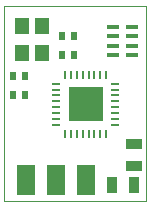
<source format=gts>
G04 (created by PCBNEW (2013-jul-07)-stable) date Thu 27 Nov 2014 12:46:05 AM EST*
%MOIN*%
G04 Gerber Fmt 3.4, Leading zero omitted, Abs format*
%FSLAX34Y34*%
G01*
G70*
G90*
G04 APERTURE LIST*
%ADD10C,0.00590551*%
%ADD11C,0.00393701*%
%ADD12R,0.047X0.055*%
%ADD13R,0.035X0.055*%
%ADD14R,0.055X0.035*%
%ADD15R,0.01X0.03*%
%ADD16R,0.03X0.01*%
%ADD17R,0.1181X0.1181*%
%ADD18R,0.0393701X0.015748*%
%ADD19R,0.023622X0.0275591*%
%ADD20R,0.06X0.1*%
G04 APERTURE END LIST*
G54D10*
G54D11*
X24803Y-22244D02*
X24803Y-22047D01*
X20078Y-22244D02*
X24803Y-22244D01*
X20078Y-22047D02*
X20078Y-22244D01*
X20078Y-20472D02*
X20078Y-22047D01*
X24803Y-20472D02*
X24803Y-22047D01*
X20078Y-20472D02*
X20078Y-15748D01*
X24803Y-15748D02*
X24803Y-20472D01*
X20078Y-15748D02*
X24803Y-15748D01*
G54D12*
X21339Y-16422D03*
X20669Y-16422D03*
X20669Y-17322D03*
X21339Y-17322D03*
G54D13*
X24420Y-21743D03*
X23670Y-21743D03*
G54D14*
X24401Y-20345D03*
X24401Y-21095D03*
G54D15*
X22299Y-18052D03*
X22496Y-18052D03*
X22693Y-18052D03*
X22102Y-18052D03*
G54D16*
X21807Y-18347D03*
X21807Y-18544D03*
X21807Y-18741D03*
X21807Y-18938D03*
X21807Y-19134D03*
X21807Y-19331D03*
X21807Y-19528D03*
X21807Y-19725D03*
G54D15*
X23480Y-20020D03*
X22102Y-20020D03*
X22299Y-20020D03*
X22496Y-20020D03*
X22693Y-20020D03*
X22889Y-20020D03*
X23086Y-20020D03*
X23283Y-20020D03*
G54D16*
X23775Y-19725D03*
X23775Y-19528D03*
X23775Y-19331D03*
X23775Y-19134D03*
X23775Y-18938D03*
X23775Y-18741D03*
X23775Y-18544D03*
X23775Y-18347D03*
G54D15*
X23480Y-18052D03*
X23283Y-18052D03*
X23086Y-18052D03*
X22889Y-18052D03*
G54D17*
X22791Y-19036D03*
G54D18*
X24330Y-17401D03*
X24330Y-17086D03*
X24330Y-16771D03*
X24330Y-16456D03*
X23700Y-16456D03*
X23700Y-16771D03*
X23700Y-17086D03*
X23700Y-17401D03*
G54D19*
X20760Y-18098D03*
X20760Y-18728D03*
X20367Y-18098D03*
X20367Y-18728D03*
X22409Y-16777D03*
X22409Y-17407D03*
X22015Y-16777D03*
X22015Y-17407D03*
G54D20*
X22806Y-21549D03*
X21806Y-21549D03*
X20806Y-21549D03*
X22806Y-21549D03*
X21806Y-21549D03*
X20806Y-21549D03*
M02*

</source>
